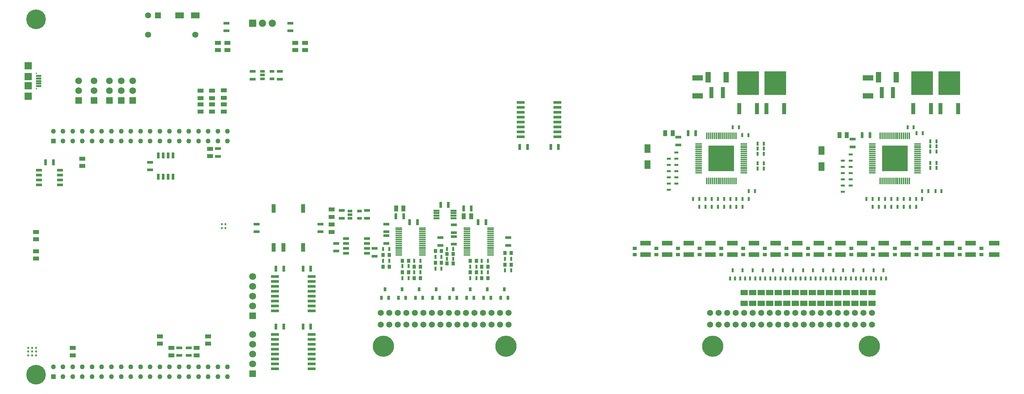
<source format=gts>
G04*
G04 #@! TF.GenerationSoftware,Altium Limited,Altium Designer,24.1.2 (44)*
G04*
G04 Layer_Color=8388736*
%FSLAX25Y25*%
%MOIN*%
G70*
G04*
G04 #@! TF.SameCoordinates,B5AD6C99-44BA-4BCA-A26F-11CA4035DA65*
G04*
G04*
G04 #@! TF.FilePolarity,Negative*
G04*
G01*
G75*
%ADD49R,0.06894X0.01480*%
%ADD50R,0.05614X0.01874*%
%ADD51R,0.07780X0.07780*%
%ADD52R,0.06402X0.03055*%
%ADD53R,0.03055X0.06402*%
%ADD54R,0.07976X0.02858*%
%ADD55R,0.02661X0.04433*%
%ADD56R,0.06402X0.08961*%
%ADD57R,0.02268X0.04433*%
%ADD58R,0.06008X0.03842*%
%ADD59R,0.06303X0.02858*%
%ADD60R,0.03842X0.06008*%
%ADD61R,0.10929X0.04630*%
%ADD62R,0.04236X0.03449*%
%ADD63R,0.03449X0.04236*%
%ADD64R,0.10929X0.05614*%
%ADD65R,0.05614X0.10929*%
%ADD66R,0.22150X0.24315*%
%ADD67R,0.04236X0.11520*%
%ADD68R,0.04236X0.08567*%
%ADD69R,0.06008X0.02071*%
%ADD70R,0.05024X0.02661*%
%ADD71R,0.07386X0.05496*%
%ADD72R,0.08961X0.06402*%
%ADD73R,0.02740X0.06087*%
%ADD74R,0.06087X0.02740*%
%ADD75R,0.04000X0.02425*%
%ADD76R,0.02425X0.04000*%
%ADD77R,0.04315X0.11402*%
%ADD78R,0.25890X0.25890*%
%ADD79R,0.01480X0.06894*%
%ADD80C,0.00299*%
%ADD81C,0.06264*%
%ADD82C,0.01382*%
%ADD83C,0.05024*%
%ADD84R,0.05024X0.05024*%
%ADD85R,0.07386X0.07386*%
%ADD86C,0.07386*%
%ADD87C,0.07091*%
%ADD88R,0.07091X0.07091*%
%ADD89C,0.06795*%
%ADD90R,0.06795X0.06795*%
%ADD91C,0.21559*%
%ADD92C,0.06205*%
%ADD93R,0.06205X0.06205*%
%ADD94C,0.19984*%
%ADD95C,0.02071*%
D49*
X454181Y165354D02*
D03*
Y163386D02*
D03*
Y161417D02*
D03*
Y159449D02*
D03*
Y157480D02*
D03*
Y155512D02*
D03*
Y153543D02*
D03*
Y151575D02*
D03*
Y149606D02*
D03*
Y147638D02*
D03*
Y145669D02*
D03*
Y143701D02*
D03*
Y141732D02*
D03*
Y139764D02*
D03*
Y137795D02*
D03*
X478102D02*
D03*
Y139764D02*
D03*
Y141732D02*
D03*
Y143701D02*
D03*
Y145669D02*
D03*
Y147638D02*
D03*
Y149606D02*
D03*
Y151575D02*
D03*
Y153543D02*
D03*
Y155512D02*
D03*
Y157480D02*
D03*
Y159449D02*
D03*
Y161417D02*
D03*
Y163386D02*
D03*
Y165354D02*
D03*
X735976Y250984D02*
D03*
Y249016D02*
D03*
Y247047D02*
D03*
Y245079D02*
D03*
Y243110D02*
D03*
Y241142D02*
D03*
Y239173D02*
D03*
Y237205D02*
D03*
Y235236D02*
D03*
Y233268D02*
D03*
Y231299D02*
D03*
Y229331D02*
D03*
Y227362D02*
D03*
Y225394D02*
D03*
Y223425D02*
D03*
Y221457D02*
D03*
X690008D02*
D03*
Y223425D02*
D03*
Y225394D02*
D03*
Y227362D02*
D03*
Y229331D02*
D03*
Y231299D02*
D03*
Y233268D02*
D03*
Y235236D02*
D03*
Y237205D02*
D03*
Y239173D02*
D03*
Y241142D02*
D03*
Y243110D02*
D03*
Y245079D02*
D03*
Y247047D02*
D03*
Y249016D02*
D03*
Y250984D02*
D03*
X912354D02*
D03*
Y249016D02*
D03*
Y247047D02*
D03*
Y245079D02*
D03*
Y243110D02*
D03*
Y241142D02*
D03*
Y239173D02*
D03*
Y237205D02*
D03*
Y235236D02*
D03*
Y233268D02*
D03*
Y231299D02*
D03*
Y229331D02*
D03*
Y227362D02*
D03*
Y225394D02*
D03*
Y223425D02*
D03*
Y221457D02*
D03*
X866386D02*
D03*
Y223425D02*
D03*
Y225394D02*
D03*
Y227362D02*
D03*
Y229331D02*
D03*
Y231299D02*
D03*
Y233268D02*
D03*
Y235236D02*
D03*
Y237205D02*
D03*
Y239173D02*
D03*
Y241142D02*
D03*
Y243110D02*
D03*
Y245079D02*
D03*
Y247047D02*
D03*
Y249016D02*
D03*
Y250984D02*
D03*
X408811Y165354D02*
D03*
Y163386D02*
D03*
Y161417D02*
D03*
Y159449D02*
D03*
Y157480D02*
D03*
Y155512D02*
D03*
Y153543D02*
D03*
Y151575D02*
D03*
Y149606D02*
D03*
Y147638D02*
D03*
Y145669D02*
D03*
Y143701D02*
D03*
Y141732D02*
D03*
Y139764D02*
D03*
Y137795D02*
D03*
X384890D02*
D03*
Y139764D02*
D03*
Y141732D02*
D03*
Y143701D02*
D03*
Y145669D02*
D03*
Y147638D02*
D03*
Y149606D02*
D03*
Y151575D02*
D03*
Y153543D02*
D03*
Y155512D02*
D03*
Y157480D02*
D03*
Y159449D02*
D03*
Y161417D02*
D03*
Y163386D02*
D03*
Y165354D02*
D03*
D50*
X18406Y320079D02*
D03*
Y317520D02*
D03*
Y314961D02*
D03*
Y312402D02*
D03*
Y309842D02*
D03*
D51*
X7874Y330512D02*
D03*
Y319685D02*
D03*
Y310236D02*
D03*
Y299410D02*
D03*
D52*
X40256Y209035D02*
D03*
Y214035D02*
D03*
Y219035D02*
D03*
Y224035D02*
D03*
X18799D02*
D03*
Y219035D02*
D03*
Y214035D02*
D03*
Y209035D02*
D03*
D53*
X155138Y239075D02*
D03*
X150138D02*
D03*
X145138D02*
D03*
X140138D02*
D03*
Y217618D02*
D03*
X145138D02*
D03*
X150138D02*
D03*
X155138D02*
D03*
D54*
X258957Y56870D02*
D03*
Y51870D02*
D03*
Y46870D02*
D03*
Y41870D02*
D03*
Y36870D02*
D03*
Y31870D02*
D03*
Y26870D02*
D03*
Y21870D02*
D03*
X296161D02*
D03*
Y26870D02*
D03*
Y31870D02*
D03*
Y36870D02*
D03*
Y41870D02*
D03*
Y46870D02*
D03*
Y51870D02*
D03*
Y56870D02*
D03*
X258957Y115925D02*
D03*
Y110925D02*
D03*
Y105925D02*
D03*
Y100925D02*
D03*
Y95925D02*
D03*
Y90925D02*
D03*
Y85925D02*
D03*
Y80925D02*
D03*
X296161D02*
D03*
Y85925D02*
D03*
Y90925D02*
D03*
Y95925D02*
D03*
Y100925D02*
D03*
Y105925D02*
D03*
Y110925D02*
D03*
Y115925D02*
D03*
X546161Y258090D02*
D03*
Y263090D02*
D03*
Y268091D02*
D03*
Y273091D02*
D03*
Y278091D02*
D03*
Y283090D02*
D03*
Y288090D02*
D03*
Y293091D02*
D03*
X508957D02*
D03*
Y288090D02*
D03*
Y283090D02*
D03*
Y278091D02*
D03*
Y273091D02*
D03*
Y268091D02*
D03*
Y263090D02*
D03*
Y258090D02*
D03*
D55*
X367126Y94095D02*
D03*
X374606D02*
D03*
X370866Y102756D02*
D03*
X384449Y94095D02*
D03*
X391929D02*
D03*
X388189Y102756D02*
D03*
X401772Y94095D02*
D03*
X409252D02*
D03*
X405512Y102756D02*
D03*
X419095Y94095D02*
D03*
X426575D02*
D03*
X422835Y102756D02*
D03*
X436417Y94095D02*
D03*
X443898D02*
D03*
X440158Y102756D02*
D03*
X453740Y94095D02*
D03*
X461221D02*
D03*
X457480Y102756D02*
D03*
X471063Y94095D02*
D03*
X478543D02*
D03*
X474803Y102756D02*
D03*
X488386Y94095D02*
D03*
X495866D02*
D03*
X492126Y102756D02*
D03*
D56*
X637795Y229921D02*
D03*
Y246063D02*
D03*
X814961Y227953D02*
D03*
Y244094D02*
D03*
D57*
X724409Y122244D02*
D03*
X726968Y113976D02*
D03*
X721850D02*
D03*
X734646Y122244D02*
D03*
X737205Y113976D02*
D03*
X732087D02*
D03*
X744882Y122244D02*
D03*
X747441Y113976D02*
D03*
X742323D02*
D03*
X755118Y122244D02*
D03*
X757677Y113976D02*
D03*
X752559D02*
D03*
X765354Y122244D02*
D03*
X767913Y113976D02*
D03*
X762795D02*
D03*
X775591Y122244D02*
D03*
X778150Y113976D02*
D03*
X773032D02*
D03*
X785827Y122244D02*
D03*
X788386Y113976D02*
D03*
X783268D02*
D03*
X796063Y122244D02*
D03*
X798622Y113976D02*
D03*
X793504D02*
D03*
X806299Y122244D02*
D03*
X808858Y113976D02*
D03*
X803740D02*
D03*
X816535Y122244D02*
D03*
X819094Y113976D02*
D03*
X813976D02*
D03*
X826772Y122244D02*
D03*
X829331Y113976D02*
D03*
X824213D02*
D03*
X837008Y122244D02*
D03*
X839567Y113976D02*
D03*
X834449D02*
D03*
X847244Y122244D02*
D03*
X849803Y113976D02*
D03*
X844685D02*
D03*
X857480Y122244D02*
D03*
X860039Y113976D02*
D03*
X854921D02*
D03*
X867717Y122244D02*
D03*
X870276Y113976D02*
D03*
X865158D02*
D03*
X877953Y122244D02*
D03*
X880512Y113976D02*
D03*
X875394D02*
D03*
D58*
X62992Y236024D02*
D03*
Y228543D02*
D03*
X53150Y43110D02*
D03*
Y35630D02*
D03*
X141732Y54921D02*
D03*
Y47441D02*
D03*
X190945D02*
D03*
Y54921D02*
D03*
X192913Y245866D02*
D03*
Y238386D02*
D03*
X179134Y35630D02*
D03*
Y43110D02*
D03*
X153543Y35630D02*
D03*
Y43110D02*
D03*
X206693Y291339D02*
D03*
Y283858D02*
D03*
X194882Y291339D02*
D03*
Y283858D02*
D03*
X183071Y291339D02*
D03*
Y283858D02*
D03*
X316496Y176575D02*
D03*
Y184055D02*
D03*
X279528Y346457D02*
D03*
Y353937D02*
D03*
X200787Y346457D02*
D03*
Y353937D02*
D03*
X15748Y153740D02*
D03*
Y161221D02*
D03*
Y141535D02*
D03*
Y134055D02*
D03*
X206693Y305512D02*
D03*
Y298031D02*
D03*
X194882Y305118D02*
D03*
Y297638D02*
D03*
X183071Y305118D02*
D03*
Y297638D02*
D03*
X316496Y161221D02*
D03*
Y168701D02*
D03*
X289370Y353937D02*
D03*
Y346457D02*
D03*
X210630Y353937D02*
D03*
Y346457D02*
D03*
D59*
X352457Y154606D02*
D03*
Y149606D02*
D03*
Y144606D02*
D03*
Y139606D02*
D03*
X331102D02*
D03*
Y144606D02*
D03*
Y149606D02*
D03*
Y154606D02*
D03*
D60*
X833071Y259842D02*
D03*
X840551D02*
D03*
X655905Y261811D02*
D03*
X663386D02*
D03*
X389567Y185039D02*
D03*
X382087D02*
D03*
X450984Y177165D02*
D03*
X458465D02*
D03*
D61*
X812205Y150000D02*
D03*
Y138189D02*
D03*
X834252Y150000D02*
D03*
Y138189D02*
D03*
X856299Y150000D02*
D03*
Y138189D02*
D03*
X878347Y150000D02*
D03*
Y138189D02*
D03*
X900394Y150000D02*
D03*
Y138189D02*
D03*
X922441Y150000D02*
D03*
Y138189D02*
D03*
X944488Y150000D02*
D03*
Y138189D02*
D03*
X966535Y150000D02*
D03*
Y138189D02*
D03*
X635827Y150000D02*
D03*
Y138189D02*
D03*
X657874Y150000D02*
D03*
Y138189D02*
D03*
X679921Y150000D02*
D03*
Y138189D02*
D03*
X701968Y150000D02*
D03*
Y138189D02*
D03*
X724016Y150000D02*
D03*
Y138189D02*
D03*
X746063Y150000D02*
D03*
Y138189D02*
D03*
X768110Y150000D02*
D03*
Y138189D02*
D03*
X790158Y150000D02*
D03*
Y138189D02*
D03*
X990551D02*
D03*
Y150000D02*
D03*
D62*
X801181Y144488D02*
D03*
Y138189D02*
D03*
X823228Y144488D02*
D03*
Y138189D02*
D03*
X845276Y144488D02*
D03*
Y138189D02*
D03*
X867323Y144488D02*
D03*
Y138189D02*
D03*
X889370Y144488D02*
D03*
Y138189D02*
D03*
X911417Y144488D02*
D03*
Y138189D02*
D03*
X933465Y144488D02*
D03*
Y138189D02*
D03*
X955512Y144488D02*
D03*
Y138189D02*
D03*
X977559Y144488D02*
D03*
Y138189D02*
D03*
X624803Y144488D02*
D03*
Y138189D02*
D03*
X646850Y144488D02*
D03*
Y138189D02*
D03*
X668898Y144488D02*
D03*
Y138189D02*
D03*
X690945Y144488D02*
D03*
Y138189D02*
D03*
X712992Y144488D02*
D03*
Y138189D02*
D03*
X735039Y144488D02*
D03*
Y138189D02*
D03*
X757087Y144488D02*
D03*
Y138189D02*
D03*
X779134Y144488D02*
D03*
Y138189D02*
D03*
D63*
X368898Y137795D02*
D03*
X375197D02*
D03*
X368898Y125984D02*
D03*
X375197D02*
D03*
X394882Y120079D02*
D03*
X388583D02*
D03*
X394882Y131890D02*
D03*
X388583D02*
D03*
X400394Y125984D02*
D03*
X406693D02*
D03*
X400394Y114173D02*
D03*
X406693D02*
D03*
X428346Y129921D02*
D03*
X422047D02*
D03*
X428346Y141732D02*
D03*
X422047D02*
D03*
X433858Y138976D02*
D03*
X440158D02*
D03*
X433858Y129134D02*
D03*
X440158D02*
D03*
X463779Y120079D02*
D03*
X457480D02*
D03*
X463779Y131890D02*
D03*
X457480D02*
D03*
X469291Y125984D02*
D03*
X475591D02*
D03*
X469291Y114173D02*
D03*
X475591D02*
D03*
X499213Y127953D02*
D03*
X492913D02*
D03*
X499213Y139764D02*
D03*
X492913D02*
D03*
D64*
X688976Y318110D02*
D03*
Y300000D02*
D03*
X862205Y318110D02*
D03*
Y300000D02*
D03*
D65*
X717717Y318898D02*
D03*
X699606D02*
D03*
X890945D02*
D03*
X872835D02*
D03*
D66*
X767717Y312992D02*
D03*
X740158D02*
D03*
X917323D02*
D03*
X944882D02*
D03*
D67*
X776717Y286811D02*
D03*
X758716D02*
D03*
X749157D02*
D03*
X731157D02*
D03*
X926323D02*
D03*
X908323D02*
D03*
X953882D02*
D03*
X935882D02*
D03*
D68*
X257402Y145472D02*
D03*
X287402D02*
D03*
Y185236D02*
D03*
X257402D02*
D03*
X267402Y145472D02*
D03*
D69*
X440402Y175295D02*
D03*
Y177854D02*
D03*
Y180413D02*
D03*
Y182972D02*
D03*
X423079D02*
D03*
Y180413D02*
D03*
Y177854D02*
D03*
Y175295D02*
D03*
D70*
X344882Y182677D02*
D03*
Y175197D02*
D03*
X335039D02*
D03*
Y178937D02*
D03*
Y182677D02*
D03*
X255906Y324803D02*
D03*
Y317323D02*
D03*
X246063D02*
D03*
Y321063D02*
D03*
Y324803D02*
D03*
D71*
X736221Y99587D02*
D03*
Y88602D02*
D03*
X744882Y99587D02*
D03*
Y88602D02*
D03*
X753543Y99587D02*
D03*
Y88602D02*
D03*
X762205Y99587D02*
D03*
Y88602D02*
D03*
X770866Y99587D02*
D03*
Y88602D02*
D03*
X779528Y99587D02*
D03*
Y88602D02*
D03*
X788189Y99587D02*
D03*
Y88602D02*
D03*
X796850Y99587D02*
D03*
Y88602D02*
D03*
X805512Y99587D02*
D03*
Y88602D02*
D03*
X814173Y99587D02*
D03*
Y88602D02*
D03*
X822835Y99587D02*
D03*
Y88602D02*
D03*
X831496Y99587D02*
D03*
Y88602D02*
D03*
X840158Y99587D02*
D03*
Y88602D02*
D03*
X848819Y99587D02*
D03*
Y88602D02*
D03*
X857480Y99587D02*
D03*
Y88602D02*
D03*
X866142Y99587D02*
D03*
Y88602D02*
D03*
D72*
X161811Y381890D02*
D03*
X177953D02*
D03*
D73*
X856299Y259842D02*
D03*
X864173D02*
D03*
X679134Y261811D02*
D03*
X687008D02*
D03*
X381890Y177165D02*
D03*
X389764D02*
D03*
X458661Y185039D02*
D03*
X450787D02*
D03*
X427393Y188999D02*
D03*
X435267D02*
D03*
X395913Y171260D02*
D03*
X403787D02*
D03*
X465598D02*
D03*
X473472D02*
D03*
X259842Y124016D02*
D03*
X267717D02*
D03*
X295276D02*
D03*
X287402D02*
D03*
X33465Y232283D02*
D03*
X25591D02*
D03*
X295276Y64961D02*
D03*
X287402D02*
D03*
X259842D02*
D03*
X267717D02*
D03*
X547244Y248031D02*
D03*
X539370D02*
D03*
X507874D02*
D03*
X515748D02*
D03*
D74*
X846457Y255906D02*
D03*
Y248031D02*
D03*
X669291Y257874D02*
D03*
Y250000D02*
D03*
X200787Y246063D02*
D03*
Y238189D02*
D03*
X171260Y35433D02*
D03*
Y43307D02*
D03*
X161417Y35433D02*
D03*
Y43307D02*
D03*
X372047Y161417D02*
D03*
Y169291D02*
D03*
X440945Y160630D02*
D03*
Y168504D02*
D03*
X360236Y144488D02*
D03*
Y136614D02*
D03*
X321260Y141732D02*
D03*
Y149606D02*
D03*
X427165Y147638D02*
D03*
Y155512D02*
D03*
X496307Y147638D02*
D03*
Y155512D02*
D03*
X372047Y149606D02*
D03*
Y157480D02*
D03*
X440945Y148819D02*
D03*
Y156693D02*
D03*
X131890Y232283D02*
D03*
Y224410D02*
D03*
X352362Y183071D02*
D03*
Y175197D02*
D03*
X326772Y183071D02*
D03*
Y175197D02*
D03*
X305118Y169291D02*
D03*
Y161417D02*
D03*
X240158Y169291D02*
D03*
Y161417D02*
D03*
X263779Y324803D02*
D03*
Y316929D02*
D03*
X209449Y374016D02*
D03*
Y366142D02*
D03*
X236221Y324803D02*
D03*
Y316929D02*
D03*
X274410Y374016D02*
D03*
Y366142D02*
D03*
D75*
X844488Y233858D02*
D03*
Y240158D02*
D03*
X836614Y227559D02*
D03*
Y233858D02*
D03*
X844488Y221260D02*
D03*
Y227559D02*
D03*
X836614Y214961D02*
D03*
Y221260D02*
D03*
X844488Y208661D02*
D03*
Y214961D02*
D03*
X836614Y202362D02*
D03*
Y208661D02*
D03*
X667323Y235827D02*
D03*
Y242126D02*
D03*
X659449Y229528D02*
D03*
Y235827D02*
D03*
X667323Y223228D02*
D03*
Y229528D02*
D03*
X659449Y216929D02*
D03*
Y223228D02*
D03*
X667323Y210630D02*
D03*
Y216929D02*
D03*
X659449Y204331D02*
D03*
Y210630D02*
D03*
D76*
X866929Y194882D02*
D03*
X860630D02*
D03*
X873228Y187008D02*
D03*
X866929D02*
D03*
X879528Y194882D02*
D03*
X873228D02*
D03*
X885827Y187008D02*
D03*
X879527D02*
D03*
X892126Y194882D02*
D03*
X885827D02*
D03*
X898425Y187008D02*
D03*
X892126D02*
D03*
X904724Y194882D02*
D03*
X898425D02*
D03*
X911024Y187008D02*
D03*
X904724D02*
D03*
X917323Y194882D02*
D03*
X911024D02*
D03*
X923622Y202756D02*
D03*
X917323D02*
D03*
X930709D02*
D03*
X937008D02*
D03*
X690551Y194882D02*
D03*
X684252D02*
D03*
X696850Y187008D02*
D03*
X690551D02*
D03*
X703150Y194882D02*
D03*
X696850D02*
D03*
X709449Y187008D02*
D03*
X703150D02*
D03*
X715748Y194882D02*
D03*
X709449D02*
D03*
X722047Y187008D02*
D03*
X715748D02*
D03*
X728346Y194882D02*
D03*
X722047D02*
D03*
X734646Y187008D02*
D03*
X728346D02*
D03*
X740945Y194882D02*
D03*
X734646D02*
D03*
X747244Y202756D02*
D03*
X740945D02*
D03*
X368898Y143701D02*
D03*
X375197D02*
D03*
X368898Y131890D02*
D03*
X375197D02*
D03*
X394882Y114173D02*
D03*
X388583D02*
D03*
X394882Y126378D02*
D03*
X388583D02*
D03*
X400394Y131890D02*
D03*
X406693D02*
D03*
X400394Y120079D02*
D03*
X406693D02*
D03*
X428346Y124016D02*
D03*
X422047D02*
D03*
X428346Y135827D02*
D03*
X422047D02*
D03*
X433858Y143701D02*
D03*
X440158D02*
D03*
X433858Y133858D02*
D03*
X440158D02*
D03*
X463779Y114173D02*
D03*
X457480D02*
D03*
X463779Y125984D02*
D03*
X457480D02*
D03*
X469291Y131890D02*
D03*
X475591D02*
D03*
X469291Y120079D02*
D03*
X475591D02*
D03*
X499213Y122047D02*
D03*
X492913D02*
D03*
X499213Y133858D02*
D03*
X492913D02*
D03*
X756299Y225984D02*
D03*
X750000D02*
D03*
X931890Y226378D02*
D03*
X925591D02*
D03*
X756299Y231102D02*
D03*
X750000D02*
D03*
X931890Y231496D02*
D03*
X925591D02*
D03*
X756299Y240945D02*
D03*
X750000D02*
D03*
X931890Y243307D02*
D03*
X925591D02*
D03*
X750000Y246063D02*
D03*
X756299D02*
D03*
X925591Y248425D02*
D03*
X931890D02*
D03*
X756299Y251181D02*
D03*
X750000D02*
D03*
X931890Y253543D02*
D03*
X925591D02*
D03*
X734252Y259842D02*
D03*
X740551D02*
D03*
X911417Y261811D02*
D03*
X917717D02*
D03*
X724409Y267717D02*
D03*
X730709D02*
D03*
X902362D02*
D03*
X908661D02*
D03*
D77*
X702953Y303150D02*
D03*
X714370D02*
D03*
X876181D02*
D03*
X887598D02*
D03*
D78*
X712992Y236221D02*
D03*
X889370D02*
D03*
D79*
X698228Y259205D02*
D03*
X700197D02*
D03*
X702165D02*
D03*
X704134D02*
D03*
X706102D02*
D03*
X708071D02*
D03*
X710039D02*
D03*
X712008D02*
D03*
X713976D02*
D03*
X715945D02*
D03*
X717913D02*
D03*
X719882D02*
D03*
X721850D02*
D03*
X723819D02*
D03*
X725787D02*
D03*
X727756D02*
D03*
Y213236D02*
D03*
X725787D02*
D03*
X723819D02*
D03*
X721850D02*
D03*
X719882D02*
D03*
X717913D02*
D03*
X715945D02*
D03*
X713976D02*
D03*
X712008D02*
D03*
X710039D02*
D03*
X708071D02*
D03*
X706102D02*
D03*
X704134D02*
D03*
X702165D02*
D03*
X700197D02*
D03*
X698228D02*
D03*
X874606Y259205D02*
D03*
X876575D02*
D03*
X878543D02*
D03*
X880512D02*
D03*
X882480D02*
D03*
X884449D02*
D03*
X886417D02*
D03*
X888386D02*
D03*
X890354D02*
D03*
X892323D02*
D03*
X894291D02*
D03*
X896260D02*
D03*
X898228D02*
D03*
X900197D02*
D03*
X902165D02*
D03*
X904134D02*
D03*
Y213236D02*
D03*
X902165D02*
D03*
X900197D02*
D03*
X898228D02*
D03*
X896260D02*
D03*
X894291D02*
D03*
X892323D02*
D03*
X890354D02*
D03*
X888386D02*
D03*
X886417D02*
D03*
X884449D02*
D03*
X882480D02*
D03*
X880512D02*
D03*
X878543D02*
D03*
X876575D02*
D03*
X874606D02*
D03*
D80*
X543307Y377953D02*
D03*
Y15748D02*
D03*
X988189D02*
D03*
Y377953D02*
D03*
D81*
X177921Y362205D02*
D03*
X129921D02*
D03*
D82*
X16339Y322835D02*
D03*
Y307087D02*
D03*
D83*
X210630Y23779D02*
D03*
X200787D02*
D03*
X190945D02*
D03*
X181102D02*
D03*
X171260D02*
D03*
X161417D02*
D03*
X151575D02*
D03*
X141732D02*
D03*
X131890D02*
D03*
X122047D02*
D03*
X112205D02*
D03*
X102362D02*
D03*
X92520D02*
D03*
X82677D02*
D03*
X72835D02*
D03*
X62992D02*
D03*
X53150D02*
D03*
X43307D02*
D03*
X33465D02*
D03*
X210630Y13780D02*
D03*
X200787D02*
D03*
X190945D02*
D03*
X181102D02*
D03*
X171260D02*
D03*
X161417D02*
D03*
X151575D02*
D03*
X141732D02*
D03*
X131890D02*
D03*
X122047D02*
D03*
X112205D02*
D03*
X102362D02*
D03*
X92520D02*
D03*
X82677D02*
D03*
X72835D02*
D03*
X62992D02*
D03*
X53150D02*
D03*
X43307D02*
D03*
X210630Y263779D02*
D03*
X200787D02*
D03*
X190945D02*
D03*
X181102D02*
D03*
X171260D02*
D03*
X161417D02*
D03*
X151575D02*
D03*
X141732D02*
D03*
X131890D02*
D03*
X122047D02*
D03*
X112205D02*
D03*
X102362D02*
D03*
X92520D02*
D03*
X82677D02*
D03*
X72835D02*
D03*
X62992D02*
D03*
X53150D02*
D03*
X43307D02*
D03*
X33465D02*
D03*
X210630Y253780D02*
D03*
X200787D02*
D03*
X190945D02*
D03*
X181102D02*
D03*
X171260D02*
D03*
X161417D02*
D03*
X151575D02*
D03*
X141732D02*
D03*
X131890D02*
D03*
X122047D02*
D03*
X112205D02*
D03*
X102362D02*
D03*
X92520D02*
D03*
X82677D02*
D03*
X72835D02*
D03*
X62992D02*
D03*
X53150D02*
D03*
X43307D02*
D03*
D84*
X33465Y13780D02*
D03*
Y253780D02*
D03*
D85*
X236221Y374016D02*
D03*
D86*
X246220D02*
D03*
X256221D02*
D03*
D87*
X236221Y56870D02*
D03*
Y46870D02*
D03*
Y36870D02*
D03*
Y26870D02*
D03*
Y115925D02*
D03*
Y105925D02*
D03*
Y95925D02*
D03*
Y85925D02*
D03*
D88*
Y16870D02*
D03*
Y75925D02*
D03*
D89*
X114173Y315276D02*
D03*
Y305276D02*
D03*
X102362Y315276D02*
D03*
Y305276D02*
D03*
X90551Y315276D02*
D03*
Y305276D02*
D03*
X74803Y315276D02*
D03*
Y305276D02*
D03*
X59055Y315276D02*
D03*
Y305276D02*
D03*
D90*
X114173Y295276D02*
D03*
X102362D02*
D03*
X90551D02*
D03*
X74803D02*
D03*
X59055D02*
D03*
D91*
X704331Y44882D02*
D03*
X863386D02*
D03*
X369291D02*
D03*
X493701D02*
D03*
D92*
X701575Y66929D02*
D03*
X710236D02*
D03*
X718898D02*
D03*
X727559D02*
D03*
X736221D02*
D03*
X744882D02*
D03*
X753543D02*
D03*
X762205D02*
D03*
X770866D02*
D03*
X779528D02*
D03*
X788189D02*
D03*
X796850D02*
D03*
X805512D02*
D03*
X814173D02*
D03*
X822835D02*
D03*
X831496D02*
D03*
X840158D02*
D03*
X848819D02*
D03*
X857480D02*
D03*
X866142D02*
D03*
X701575Y78740D02*
D03*
X710236D02*
D03*
X718898D02*
D03*
X727559D02*
D03*
X736221D02*
D03*
X744882D02*
D03*
X753543D02*
D03*
X762205D02*
D03*
X770866D02*
D03*
X779528D02*
D03*
X788189D02*
D03*
X796850D02*
D03*
X805512D02*
D03*
X814173D02*
D03*
X822835D02*
D03*
X831496D02*
D03*
X840158D02*
D03*
X848819D02*
D03*
X857480D02*
D03*
X866142D02*
D03*
X366535Y66929D02*
D03*
X375197D02*
D03*
X383858D02*
D03*
X392520D02*
D03*
X401181D02*
D03*
X409842D02*
D03*
X418504D02*
D03*
X427165D02*
D03*
X435827D02*
D03*
X444488D02*
D03*
X453150D02*
D03*
X461811D02*
D03*
X470472D02*
D03*
X479134D02*
D03*
X487795D02*
D03*
X496457D02*
D03*
X366535Y78740D02*
D03*
X375197D02*
D03*
X383858D02*
D03*
X392520D02*
D03*
X401181D02*
D03*
X409842D02*
D03*
X418504D02*
D03*
X427165D02*
D03*
X435827D02*
D03*
X444488D02*
D03*
X453150D02*
D03*
X461811D02*
D03*
X470472D02*
D03*
X479134D02*
D03*
X487795D02*
D03*
X496457D02*
D03*
X129764Y381890D02*
D03*
D93*
X139764D02*
D03*
D94*
X15748Y15748D02*
D03*
Y377953D02*
D03*
D95*
X11811Y43307D02*
D03*
X15748Y39370D02*
D03*
X11811Y35433D02*
D03*
X7874Y39370D02*
D03*
X15748Y43307D02*
D03*
Y35433D02*
D03*
X204724Y169291D02*
D03*
X208661D02*
D03*
Y165354D02*
D03*
X204724D02*
D03*
X7874Y43307D02*
D03*
X11811Y39370D02*
D03*
X7874Y35433D02*
D03*
M02*

</source>
